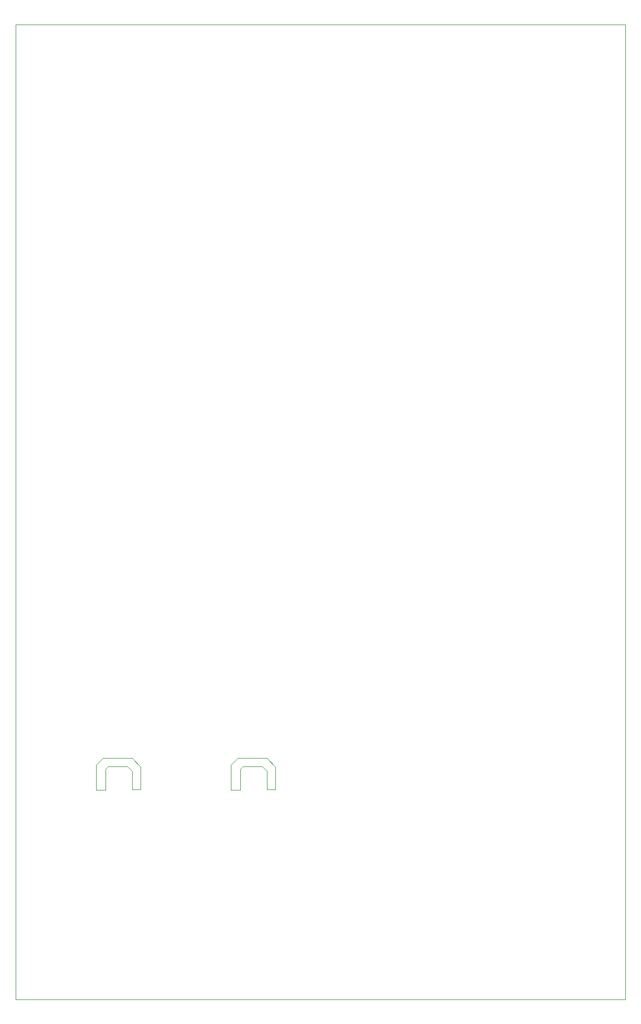
<source format=gko>
G04 Layer_Color=16711935*
%FSLAX25Y25*%
%MOIN*%
G70*
G01*
G75*
%ADD51C,0.00394*%
D51*
X7094110Y4135907D02*
Y4151811D01*
Y4135907D02*
X7099976D01*
Y4149180D01*
X7101860Y4151063D01*
X7114071D01*
X7117023Y4148110D01*
Y4136299D02*
Y4148110D01*
X7117142Y4136181D02*
X7122614D01*
Y4150787D01*
X7117142Y4156260D02*
X7122614Y4150787D01*
X7098559Y4156260D02*
X7117142D01*
X7094110Y4151811D02*
X7098559Y4156260D01*
X7008110Y4151811D02*
X7012559Y4156260D01*
X7031142D01*
X7036614Y4150787D01*
Y4136181D02*
Y4150787D01*
X7031142Y4136181D02*
X7036614D01*
X7031023Y4136299D02*
X7031142Y4136181D01*
X7031023Y4136299D02*
Y4148110D01*
X7028071Y4151063D02*
X7031023Y4148110D01*
X7015860Y4151063D02*
X7028071D01*
X7013976Y4149180D02*
X7015860Y4151063D01*
X7013976Y4135907D02*
Y4149180D01*
X7008110Y4135907D02*
X7013976D01*
X7008110D02*
Y4151811D01*
X6956732Y4002441D02*
Y4624409D01*
Y4002441D02*
X6956772Y4002402D01*
X7345945D01*
X7345945Y4002402D02*
X7345945Y4002402D01*
X7345945Y4002402D02*
Y4624291D01*
X7345827Y4624409D02*
X7345945Y4624291D01*
X6956732Y4624409D02*
X7345827D01*
M02*

</source>
